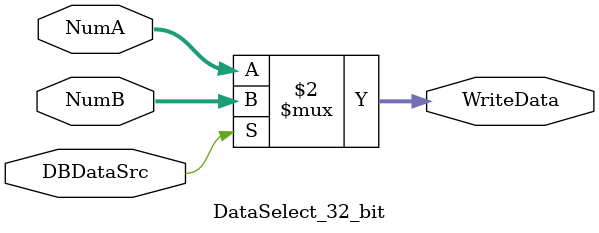
<source format=v>
`timescale 1ns / 1ps


module DataSelect_32_bit(NumA,NumB,DBDataSrc,WriteData);
    input [31:0] NumA;
    input [31:0] NumB;
    input DBDataSrc;
    output [31:0] WriteData;
    assign WriteData = (DBDataSrc==0)?NumA:NumB;
endmodule

</source>
